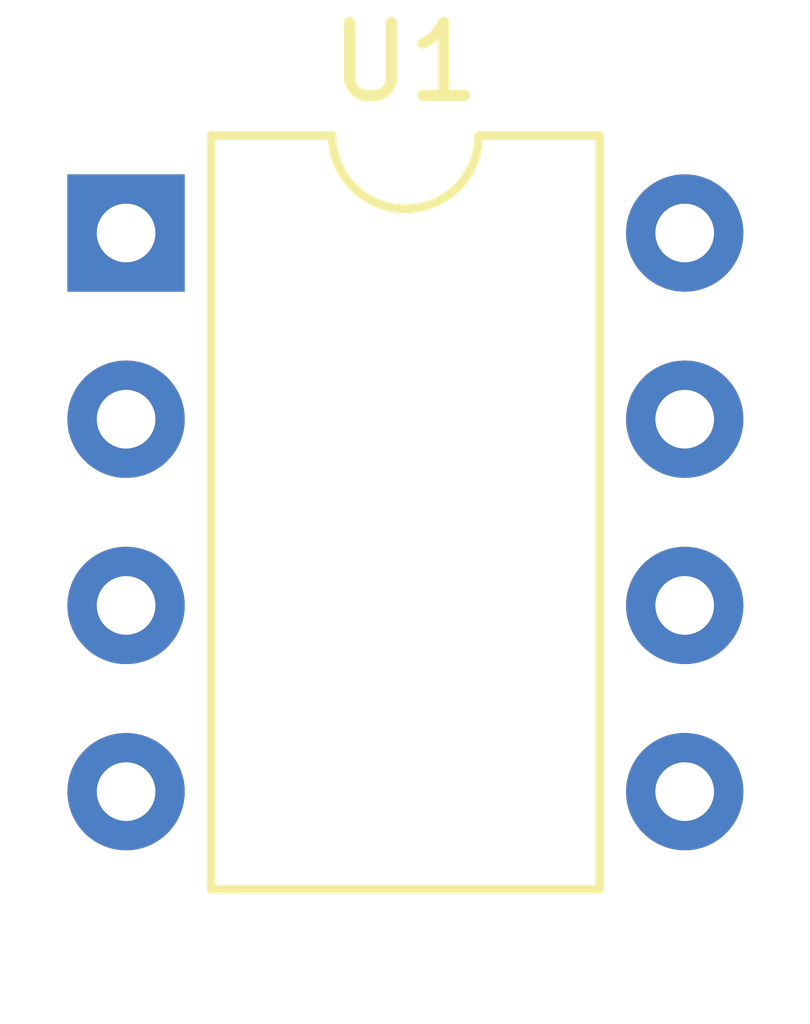
<source format=kicad_pcb>
(kicad_pcb (version 20221018) (generator pcbnew)
  (layers (0 "F.Cu" signal) (31 "B.Cu" signal) (34 "B.Paste" user) (35 "F.Paste" user) (36 "B.SilkS" user "B.Silkscreen") (37 "F.SilkS" user "F.Silkscreen") (38 "B.Mask" user) (39 "F.Mask" user) (44 "Edge.Cuts" user))
  (net 0 "")
  (net 2 "Net-(U1-GP5)")
  (net 3 "Net-(U1-GP4)")
  (footprint "Package_DIP:DIP-8_W7.62mm" (layer "F.Cu") (at 127 73.66)
    (fp_text reference "U1" (at 3.81 -2.33) (layer "F.SilkS"))
    (fp_text value "PIC12F629-IP")
    (fp_line (start 1.16 -1.33) (end 1.16 8.95) (stroke (width 0.12)) (layer "F.SilkS"))
    (fp_line (start 1.16 8.95) (end 6.46 8.95) (stroke (width 0.12)) (layer "F.SilkS"))
    (fp_line (start 2.81 -1.33) (end 1.16 -1.33) (stroke (width 0.12)) (layer "F.SilkS"))
    (fp_line (start 6.46 -1.33) (end 4.81 -1.33) (stroke (width 0.12)) (layer "F.SilkS"))
    (fp_line (start 6.46 8.95) (end 6.46 -1.33) (stroke (width 0.12)) (layer "F.SilkS"))
    (fp_arc (start 4.81 -1.33) (mid 3.81 -0.33) (end 2.81 -1.33) (stroke (width 0.12)) (layer "F.SilkS"))
    (pad "1" thru_hole rect (at 0 0) (size 1.6 1.6) (drill 0.8) (layers "*.Cu" "*.Mask"))
    (pad "2" thru_hole oval (at 0 2.54) (size 1.6 1.6) (drill 0.8) (layers "*.Cu" "*.Mask") (net 2 "Net-(U1-GP5)"))
    (pad "3" thru_hole oval (at 0 5.08) (size 1.6 1.6) (drill 0.8) (layers "*.Cu" "*.Mask") (net 3 "Net-(U1-GP4)"))
    (pad "4" thru_hole oval (at 0 7.62) (size 1.6 1.6) (drill 0.8) (layers "*.Cu" "*.Mask"))
    (pad "5" thru_hole oval (at 7.62 7.62) (size 1.6 1.6) (drill 0.8) (layers "*.Cu" "*.Mask"))
    (pad "6" thru_hole oval (at 7.62 5.08) (size 1.6 1.6) (drill 0.8) (layers "*.Cu" "*.Mask"))
    (pad "7" thru_hole oval (at 7.62 2.54) (size 1.6 1.6) (drill 0.8) (layers "*.Cu" "*.Mask"))
    (pad "8" thru_hole oval (at 7.62 0) (size 1.6 1.6) (drill 0.8) (layers "*.Cu" "*.Mask"))
  )
)
</source>
